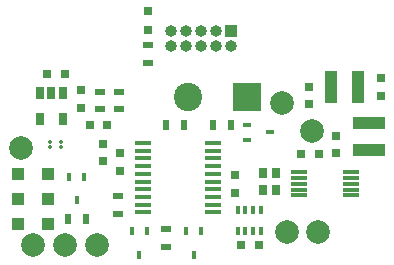
<source format=gbr>
%TF.GenerationSoftware,KiCad,Pcbnew,(5.99.0-2195-g476558ece)*%
%TF.CreationDate,2021-12-21T14:22:00-08:00*%
%TF.ProjectId,wwu_pico1,7777755f-7069-4636-9f31-2e6b69636164,rev?*%
%TF.SameCoordinates,Original*%
%TF.FileFunction,Soldermask,Top*%
%TF.FilePolarity,Negative*%
%FSLAX46Y46*%
G04 Gerber Fmt 4.6, Leading zero omitted, Abs format (unit mm)*
G04 Created by KiCad (PCBNEW (5.99.0-2195-g476558ece)) date 2021-12-21 14:22:00*
%MOMM*%
%LPD*%
G01*
G04 APERTURE LIST*
%ADD10C,1.998980*%
%ADD11R,0.800000X0.900000*%
%ADD12R,0.400000X0.650000*%
%ADD13R,1.400000X0.300000*%
%ADD14C,0.350000*%
%ADD15R,1.450000X0.450000*%
%ADD16R,0.650000X1.060000*%
%ADD17R,0.500000X0.900000*%
%ADD18R,0.900000X0.500000*%
%ADD19R,0.700000X0.450000*%
%ADD20R,0.450000X0.700000*%
%ADD21R,1.000000X2.750000*%
%ADD22R,2.750000X1.000000*%
%ADD23R,1.000000X1.000000*%
%ADD24O,1.000000X1.000000*%
%ADD25R,0.800000X0.800000*%
%ADD26R,0.750000X0.800000*%
%ADD27R,0.800000X0.750000*%
%ADD28R,2.400000X2.400000*%
%ADD29C,2.400000*%
G04 APERTURE END LIST*
D10*
%TO.C,J7*%
X127300000Y-86600000D03*
%TD*%
%TO.C,J6*%
X124600000Y-86600000D03*
%TD*%
%TO.C,J5*%
X143400000Y-85500000D03*
%TD*%
%TO.C,J4*%
X121900000Y-86600000D03*
%TD*%
%TO.C,J3*%
X146000000Y-85500000D03*
%TD*%
%TO.C,J2*%
X120900000Y-78400000D03*
%TD*%
D11*
%TO.C,Y1*%
X141400000Y-80500000D03*
X141400000Y-81900000D03*
X142500000Y-81900000D03*
X142500000Y-80500000D03*
%TD*%
D12*
%TO.C,U5*%
X139225000Y-85375000D03*
X139875000Y-85375000D03*
X140525000Y-85375000D03*
X141175000Y-85375000D03*
X141175000Y-83625000D03*
X140525000Y-83625000D03*
X139875000Y-83625000D03*
X139225000Y-83625000D03*
%TD*%
D13*
%TO.C,U4*%
X148800000Y-80400000D03*
X148800000Y-80900000D03*
X148800000Y-81400000D03*
X148800000Y-81900000D03*
X148800000Y-82400000D03*
X144400000Y-82400000D03*
X144400000Y-81900000D03*
X144400000Y-81400000D03*
X144400000Y-80900000D03*
X144400000Y-80400000D03*
%TD*%
D14*
%TO.C,U3*%
X123300000Y-77895000D03*
X124300000Y-77895000D03*
X124300000Y-78305000D03*
X123300000Y-78305000D03*
%TD*%
D15*
%TO.C,U2*%
X131230000Y-77965000D03*
X131230000Y-78615000D03*
X131230000Y-79265000D03*
X131230000Y-79915000D03*
X131230000Y-80565000D03*
X131230000Y-81215000D03*
X131230000Y-81865000D03*
X131230000Y-82515000D03*
X131230000Y-83165000D03*
X131230000Y-83815000D03*
X137130000Y-83815000D03*
X137130000Y-83165000D03*
X137130000Y-82515000D03*
X137130000Y-81865000D03*
X137130000Y-81215000D03*
X137130000Y-80565000D03*
X137130000Y-79915000D03*
X137130000Y-79265000D03*
X137130000Y-78615000D03*
X137130000Y-77965000D03*
%TD*%
D16*
%TO.C,U1*%
X124400000Y-73700000D03*
X123450000Y-73700000D03*
X122500000Y-73700000D03*
X122500000Y-75900000D03*
X124400000Y-75900000D03*
%TD*%
D17*
%TO.C,R7*%
X138650000Y-76400000D03*
X137150000Y-76400000D03*
%TD*%
D18*
%TO.C,R6*%
X129200000Y-73600000D03*
X129200000Y-75100000D03*
%TD*%
%TO.C,R5*%
X127600000Y-75100000D03*
X127600000Y-73600000D03*
%TD*%
D17*
%TO.C,R4*%
X124850000Y-84400000D03*
X126350000Y-84400000D03*
%TD*%
D18*
%TO.C,R3*%
X129100000Y-83950000D03*
X129100000Y-82450000D03*
%TD*%
%TO.C,R2*%
X133200000Y-86750000D03*
X133200000Y-85250000D03*
%TD*%
%TO.C,R1*%
X131600000Y-69650000D03*
X131600000Y-71150000D03*
%TD*%
D19*
%TO.C,Q4*%
X140000000Y-76400000D03*
X140000000Y-77700000D03*
X142000000Y-77050000D03*
%TD*%
D20*
%TO.C,Q3*%
X126250000Y-80800000D03*
X124950000Y-80800000D03*
X125600000Y-82800000D03*
%TD*%
%TO.C,Q2*%
X131550000Y-85400000D03*
X130250000Y-85400000D03*
X130900000Y-87400000D03*
%TD*%
%TO.C,Q1*%
X136150000Y-85400000D03*
X134850000Y-85400000D03*
X135500000Y-87400000D03*
%TD*%
D21*
%TO.C,L2*%
X149425000Y-73175000D03*
X147125000Y-73175000D03*
%TD*%
D22*
%TO.C,L1*%
X150325000Y-78575000D03*
X150325000Y-76275000D03*
%TD*%
D23*
%TO.C,J1*%
X138694134Y-68471908D03*
D24*
X138694134Y-69741908D03*
X137424134Y-68471908D03*
X137424134Y-69741908D03*
X136154134Y-68471908D03*
X136154134Y-69741908D03*
X134884134Y-68471908D03*
X134884134Y-69741908D03*
X133614134Y-68471908D03*
X133614134Y-69741908D03*
%TD*%
D10*
%TO.C,H2*%
X145500000Y-76900000D03*
%TD*%
%TO.C,H1*%
X143000000Y-74600000D03*
%TD*%
D17*
%TO.C,FB1*%
X133200000Y-76400000D03*
X134700000Y-76400000D03*
%TD*%
D23*
%TO.C,D4*%
X120650000Y-84800000D03*
X123150000Y-84800000D03*
%TD*%
%TO.C,D3*%
X120650000Y-82700000D03*
X123150000Y-82700000D03*
%TD*%
%TO.C,D2*%
X120650000Y-80600000D03*
X123150000Y-80600000D03*
%TD*%
D25*
%TO.C,D1*%
X131600000Y-66800000D03*
X131600000Y-68400000D03*
%TD*%
D26*
%TO.C,C12*%
X145225000Y-73175000D03*
X145225000Y-74675000D03*
%TD*%
%TO.C,C11*%
X151325000Y-73975000D03*
X151325000Y-72475000D03*
%TD*%
%TO.C,C10*%
X147525000Y-77325000D03*
X147525000Y-78825000D03*
%TD*%
D27*
%TO.C,C9*%
X139500000Y-86600000D03*
X141000000Y-86600000D03*
%TD*%
%TO.C,C8*%
X144575000Y-78875000D03*
X146075000Y-78875000D03*
%TD*%
D26*
%TO.C,C7*%
X129300000Y-80300000D03*
X129300000Y-78800000D03*
%TD*%
%TO.C,C6*%
X139000000Y-80650000D03*
X139000000Y-82150000D03*
%TD*%
D27*
%TO.C,C5*%
X128200000Y-76400000D03*
X126700000Y-76400000D03*
%TD*%
D28*
%TO.C,C4*%
X140000000Y-74100000D03*
D29*
X135000000Y-74100000D03*
%TD*%
D26*
%TO.C,C3*%
X126000000Y-74950000D03*
X126000000Y-73450000D03*
%TD*%
%TO.C,C2*%
X127800000Y-79500000D03*
X127800000Y-78000000D03*
%TD*%
D27*
%TO.C,C1*%
X124600000Y-72100000D03*
X123100000Y-72100000D03*
%TD*%
M02*

</source>
